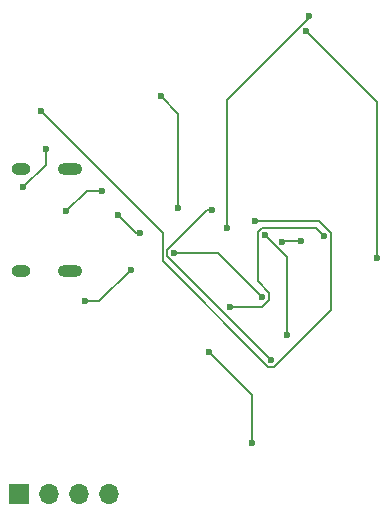
<source format=gbr>
%TF.GenerationSoftware,KiCad,Pcbnew,8.0.6*%
%TF.CreationDate,2025-05-13T17:33:06-04:00*%
%TF.ProjectId,USB-Voltage-Tester,5553422d-566f-46c7-9461-67652d546573,rev?*%
%TF.SameCoordinates,Original*%
%TF.FileFunction,Copper,L2,Bot*%
%TF.FilePolarity,Positive*%
%FSLAX46Y46*%
G04 Gerber Fmt 4.6, Leading zero omitted, Abs format (unit mm)*
G04 Created by KiCad (PCBNEW 8.0.6) date 2025-05-13 17:33:06*
%MOMM*%
%LPD*%
G01*
G04 APERTURE LIST*
%TA.AperFunction,ComponentPad*%
%ADD10O,2.100000X1.000000*%
%TD*%
%TA.AperFunction,ComponentPad*%
%ADD11O,1.600000X1.000000*%
%TD*%
%TA.AperFunction,ComponentPad*%
%ADD12R,1.700000X1.700000*%
%TD*%
%TA.AperFunction,ComponentPad*%
%ADD13O,1.700000X1.700000*%
%TD*%
%TA.AperFunction,ViaPad*%
%ADD14C,0.600000*%
%TD*%
%TA.AperFunction,Conductor*%
%ADD15C,0.200000*%
%TD*%
G04 APERTURE END LIST*
D10*
%TO.P,J1,S1,SHIELD*%
%TO.N,GND*%
X31838400Y-44867800D03*
D11*
X27658400Y-44867800D03*
D10*
X31838400Y-53507800D03*
D11*
X27658400Y-53507800D03*
%TD*%
D12*
%TO.P,J2,1,Pin_1*%
%TO.N,GND*%
X27518200Y-72339200D03*
D13*
%TO.P,J2,2,Pin_2*%
%TO.N,+3.3V*%
X30058200Y-72339200D03*
%TO.P,J2,3,Pin_3*%
%TO.N,/SDA*%
X32598200Y-72339200D03*
%TO.P,J2,4,Pin_4*%
%TO.N,/SCL*%
X35138200Y-72339200D03*
%TD*%
D14*
%TO.N,+3.3V*%
X35890200Y-48768000D03*
X37744400Y-50292000D03*
X49783228Y-51029372D03*
X51381058Y-50930142D03*
%TO.N,GND*%
X29768800Y-43129200D03*
X47218600Y-68046600D03*
X33070800Y-56057800D03*
X43586400Y-60375800D03*
X27838400Y-46405800D03*
X36957000Y-53365400D03*
%TO.N,+5V*%
X31496000Y-48412400D03*
X34544000Y-46685200D03*
%TO.N,/SDA*%
X40944800Y-48158400D03*
X39471600Y-38684200D03*
%TO.N,/SCL*%
X48056800Y-55702200D03*
X40640000Y-51993800D03*
%TO.N,/V_SENSE*%
X47442265Y-49280935D03*
X29311600Y-39928800D03*
X48310800Y-50469800D03*
X50215800Y-58928000D03*
%TO.N,Net-(U1A--)*%
X51816000Y-33147000D03*
X57835800Y-52349400D03*
%TO.N,/I_SENSE*%
X43840400Y-48352900D03*
X48818800Y-61010800D03*
X52070000Y-31902400D03*
X45110400Y-49834800D03*
%TO.N,Net-(U2-RUN)*%
X53289200Y-50520600D03*
X45389800Y-56540400D03*
%TD*%
D15*
%TO.N,+3.3V*%
X49882458Y-50930142D02*
X49783228Y-51029372D01*
X51381058Y-50930142D02*
X49882458Y-50930142D01*
X35890200Y-48768000D02*
X37414200Y-50292000D01*
X37414200Y-50292000D02*
X37744400Y-50292000D01*
%TO.N,GND*%
X29768800Y-44475400D02*
X27838400Y-46405800D01*
X34264600Y-56057800D02*
X36957000Y-53365400D01*
X33070800Y-56057800D02*
X34264600Y-56057800D01*
X43586400Y-60375800D02*
X47218600Y-64008000D01*
X47218600Y-64008000D02*
X47218600Y-68046600D01*
X29768800Y-43129200D02*
X29768800Y-44475400D01*
%TO.N,+5V*%
X33223200Y-46685200D02*
X31496000Y-48412400D01*
X34544000Y-46685200D02*
X33223200Y-46685200D01*
%TO.N,/SDA*%
X40944800Y-40157400D02*
X40944800Y-48158400D01*
X39471600Y-38684200D02*
X40944800Y-40157400D01*
%TO.N,/SCL*%
X44348400Y-51993800D02*
X48056800Y-55702200D01*
X40640000Y-51993800D02*
X44348400Y-51993800D01*
%TO.N,/V_SENSE*%
X39640000Y-52680529D02*
X39640000Y-50257200D01*
X47442265Y-49280935D02*
X52898064Y-49280935D01*
X53889200Y-56788929D02*
X49067329Y-61610800D01*
X48570271Y-61610800D02*
X39640000Y-52680529D01*
X49067329Y-61610800D02*
X48570271Y-61610800D01*
X50215800Y-58928000D02*
X50139600Y-58851800D01*
X52898064Y-49280935D02*
X53889200Y-50272071D01*
X50139600Y-52298600D02*
X48310800Y-50469800D01*
X50139600Y-58851800D02*
X50139600Y-52298600D01*
X53889200Y-50272071D02*
X53889200Y-56788929D01*
X39640000Y-50257200D02*
X29311600Y-39928800D01*
%TO.N,Net-(U1A--)*%
X57835800Y-52349400D02*
X57835800Y-39166800D01*
X57835800Y-39166800D02*
X51816000Y-33147000D01*
%TO.N,/I_SENSE*%
X43432371Y-48352900D02*
X40040000Y-51745271D01*
X48808471Y-61010800D02*
X48818800Y-61010800D01*
X52070000Y-32044471D02*
X52070000Y-31902400D01*
X45110400Y-39004071D02*
X52070000Y-32044471D01*
X43840400Y-48352900D02*
X43432371Y-48352900D01*
X40040000Y-51745271D02*
X40040000Y-52242329D01*
X40040000Y-52242329D02*
X48808471Y-61010800D01*
X45110400Y-49834800D02*
X45110400Y-39004071D01*
%TO.N,Net-(U2-RUN)*%
X48656800Y-55950729D02*
X48067129Y-56540400D01*
X48067129Y-56540400D02*
X45389800Y-56540400D01*
X52638400Y-49869800D02*
X48062271Y-49869800D01*
X48062271Y-49869800D02*
X47710800Y-50221271D01*
X47710800Y-54365600D02*
X48656800Y-55311600D01*
X48656800Y-55311600D02*
X48656800Y-55950729D01*
X53289200Y-50520600D02*
X52638400Y-49869800D01*
X47710800Y-50221271D02*
X47710800Y-54365600D01*
%TD*%
M02*

</source>
